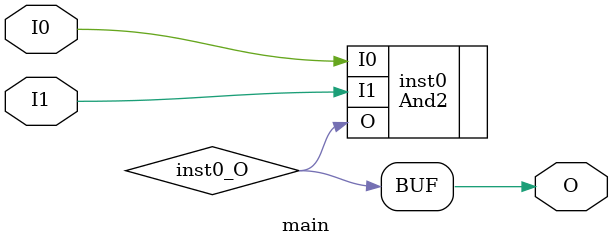
<source format=v>
module main (input  I0, input  I1, output  O);
wire  inst0_O;
And2 inst0 (.I0(I0), .I1(I1), .O(inst0_O));
assign O = inst0_O;
endmodule


</source>
